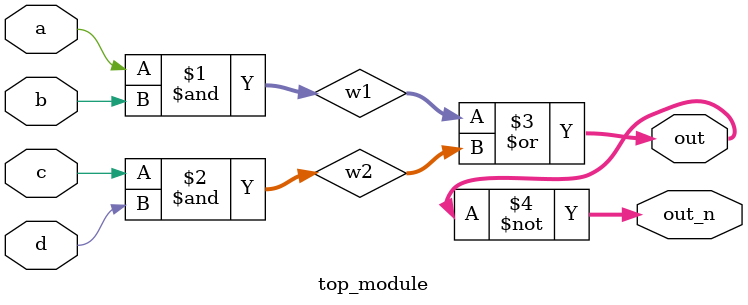
<source format=sv>
module top_module (
	input a,
	input b,
	input c,
	input d,
	output [1:0] out,
	output [1:0] out_n );

	wire [1:0] w1, w2;

	assign w1 = a & b;
	assign w2 = c & d;
	assign out = w1 | w2;
	assign out_n = ~out;

endmodule

</source>
